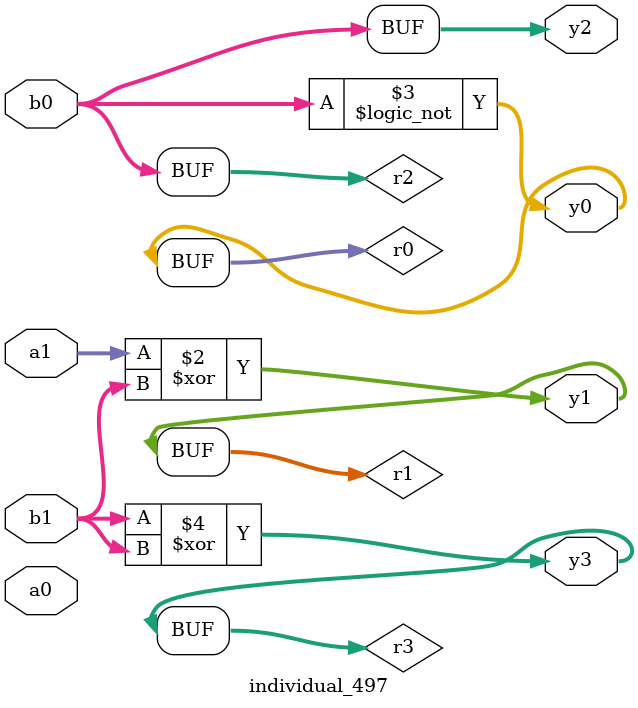
<source format=sv>
module individual_497(input logic [15:0] a1, input logic [15:0] a0, input logic [15:0] b1, input logic [15:0] b0, output logic [15:0] y3, output logic [15:0] y2, output logic [15:0] y1, output logic [15:0] y0);
logic [15:0] r0, r1, r2, r3; 
 always@(*) begin 
	 r0 = a0; r1 = a1; r2 = b0; r3 = b1; 
 	 r1  ^=  r3 ;
 	 r0 = ! b0 ;
 	 r3  ^=  b1 ;
 	 y3 = r3; y2 = r2; y1 = r1; y0 = r0; 
end
endmodule
</source>
